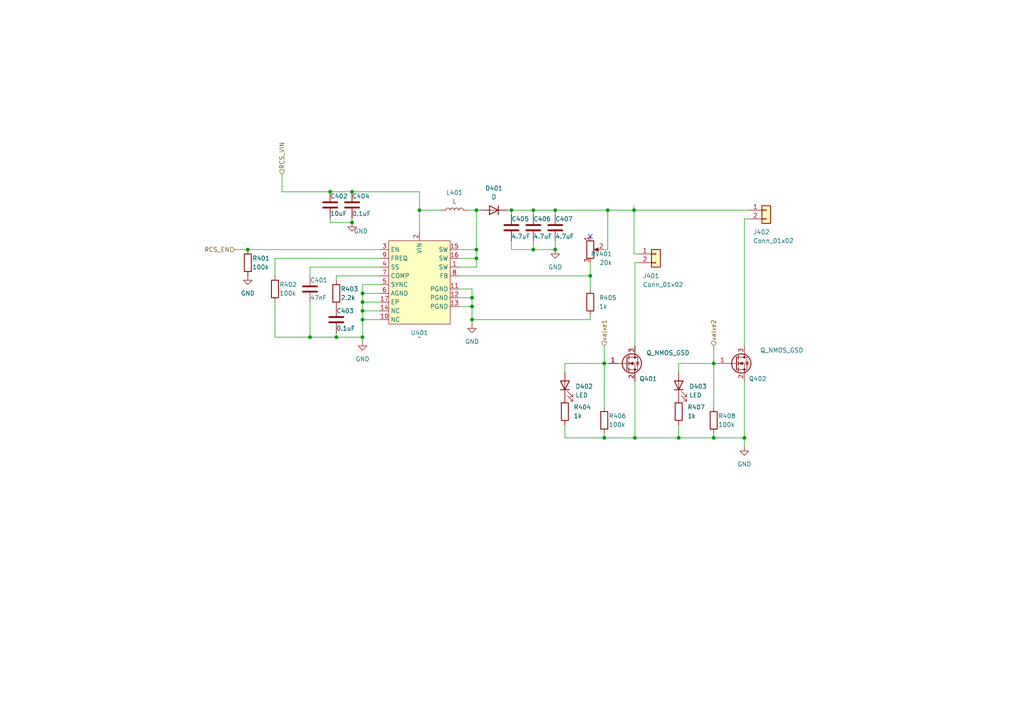
<source format=kicad_sch>
(kicad_sch (version 20250114) (generator "eeschema") (generator_version "9.0")
  (paper "A4")
  (lib_symbols
    (symbol "Connector_Generic:Conn_01x02" (pin_names (offset 1.016) (hide yes))
      (property "Reference" "J" (at 0 2.54 0))
      (property "Value" "Conn_01x02" (at 0 -5.08 0))
      (symbol "Conn_01x02_1_1"
        (rectangle (start -1.27 1.27) (end 1.27 -3.81) (stroke (width 0.254)) (fill (type background)))
        (rectangle (start -1.27 0.127) (end 0 -0.127) (stroke (width 0.1524)))
        (rectangle (start -1.27 -2.413) (end 0 -2.667) (stroke (width 0.1524)))
        (pin passive line (at -5.08 0 0) (length 3.81) (name "Pin_1") (number "1"))
        (pin passive line (at -5.08 -2.54 0) (length 3.81) (name "Pin_2") (number "2"))
      )
    )
    (symbol "Device:C" (pin_numbers (hide yes)) (pin_names (offset 0.254))
      (property "Reference" "C" (at 0.635 2.54 0))
      (property "Value" "C" (at 0.635 -2.54 0))
      (symbol "C_0_1"
        (polyline (pts (xy -2.032 0.762) (xy 2.032 0.762)) (stroke (width 0.508)))
        (polyline (pts (xy -2.032 -0.762) (xy 2.032 -0.762)) (stroke (width 0.508)))
      )
      (symbol "C_1_1"
        (pin passive line (at 0 3.81 270) (length 2.794) (name "~") (number "1"))
        (pin passive line (at 0 -3.81 90) (length 2.794) (name "~") (number "2"))
      )
    )
    (symbol "Device:D" (pin_numbers (hide yes)) (pin_names (offset 1.016) (hide yes))
      (property "Reference" "D" (at 0 2.54 0))
      (property "Value" "D" (at 0 -2.54 0))
      (symbol "D_0_1"
        (polyline (pts (xy -1.27 1.27) (xy -1.27 -1.27)) (stroke (width 0.254)))
        (polyline (pts (xy 1.27 1.27) (xy 1.27 -1.27) (xy -1.27 0) (xy 1.27 1.27)) (stroke (width 0.254)))
        (polyline (pts (xy 1.27 0) (xy -1.27 0)))
      )
      (symbol "D_1_1"
        (pin passive line (at -3.81 0 0) (length 2.54) (name "K") (number "1"))
        (pin passive line (at 3.81 0 180) (length 2.54) (name "A") (number "2"))
      )
    )
    (symbol "Device:L" (pin_numbers (hide yes)) (pin_names (offset 1.016) (hide yes))
      (property "Reference" "L" (at -1.27 0 90))
      (property "Value" "L" (at 1.905 0 90))
      (symbol "L_0_1"
        (arc (start 0 2.54) (mid 0.6323 1.905) (end 0 1.27))
        (arc (start 0 1.27) (mid 0.6323 0.635) (end 0 0))
        (arc (start 0 0) (mid 0.6323 -0.635) (end 0 -1.27))
        (arc (start 0 -1.27) (mid 0.6323 -1.905) (end 0 -2.54))
      )
      (symbol "L_1_1"
        (pin passive line (at 0 3.81 270) (length 1.27) (name "1") (number "1"))
        (pin passive line (at 0 -3.81 90) (length 1.27) (name "2") (number "2"))
      )
    )
    (symbol "Device:LED" (pin_numbers (hide yes)) (pin_names (offset 1.016) (hide yes))
      (property "Reference" "D" (at 0 2.54 0))
      (property "Value" "LED" (at 0 -2.54 0))
      (symbol "LED_0_1"
        (polyline (pts (xy -3.048 -0.762) (xy -4.572 -2.286) (xy -3.81 -2.286) (xy -4.572 -2.286) (xy -4.572 -1.524)))
        (polyline (pts (xy -1.778 -0.762) (xy -3.302 -2.286) (xy -2.54 -2.286) (xy -3.302 -2.286) (xy -3.302 -1.524)))
        (polyline (pts (xy -1.27 0) (xy 1.27 0)))
        (polyline (pts (xy -1.27 -1.27) (xy -1.27 1.27)) (stroke (width 0.254)))
        (polyline (pts (xy 1.27 -1.27) (xy 1.27 1.27) (xy -1.27 0) (xy 1.27 -1.27)) (stroke (width 0.254)))
      )
      (symbol "LED_1_1"
        (pin passive line (at -3.81 0 0) (length 2.54) (name "K") (number "1"))
        (pin passive line (at 3.81 0 180) (length 2.54) (name "A") (number "2"))
      )
    )
    (symbol "Device:Q_NMOS_GSD" (pin_names (offset 0) (hide yes))
      (property "Reference" "Q" (at 5.08 1.27 0))
      (property "Value" "Q_NMOS_GSD" (at 5.08 -1.27 0))
      (symbol "Q_NMOS_GSD_0_1"
        (polyline (pts (xy 0.254 1.905) (xy 0.254 -1.905)) (stroke (width 0.254)))
        (polyline (pts (xy 0.254 0) (xy -2.54 0)))
        (polyline (pts (xy 0.762 2.286) (xy 0.762 1.27)) (stroke (width 0.254)))
        (polyline (pts (xy 0.762 0.508) (xy 0.762 -0.508)) (stroke (width 0.254)))
        (polyline (pts (xy 0.762 -1.27) (xy 0.762 -2.286)) (stroke (width 0.254)))
        (polyline (pts (xy 0.762 -1.778) (xy 3.302 -1.778) (xy 3.302 1.778) (xy 0.762 1.778)))
        (polyline (pts (xy 1.016 0) (xy 2.032 0.381) (xy 2.032 -0.381) (xy 1.016 0)) (fill (type outline)))
        (circle (center 1.651 0) (radius 2.794) (stroke (width 0.254)))
        (polyline (pts (xy 2.54 2.54) (xy 2.54 1.778)))
        (circle (center 2.54 1.778) (radius 0.254) (fill (type outline)))
        (circle (center 2.54 -1.778) (radius 0.254) (fill (type outline)))
        (polyline (pts (xy 2.54 -2.54) (xy 2.54 0) (xy 0.762 0)))
        (polyline (pts (xy 2.794 0.508) (xy 2.921 0.381) (xy 3.683 0.381) (xy 3.81 0.254)))
        (polyline (pts (xy 3.302 0.381) (xy 2.921 -0.254) (xy 3.683 -0.254) (xy 3.302 0.381)))
      )
      (symbol "Q_NMOS_GSD_1_1"
        (pin input line (at -5.08 0 0) (length 2.54) (name "G") (number "1"))
        (pin passive line (at 2.54 5.08 270) (length 2.54) (name "D") (number "3"))
        (pin passive line (at 2.54 -5.08 90) (length 2.54) (name "S") (number "2"))
      )
    )
    (symbol "Device:R" (pin_numbers (hide yes)) (pin_names (offset 0))
      (property "Reference" "R" (at 2.032 0 90))
      (property "Value" "R" (at 0 0 90))
      (symbol "R_0_1"
        (rectangle (start -1.016 -2.54) (end 1.016 2.54) (stroke (width 0.254)))
      )
      (symbol "R_1_1"
        (pin passive line (at 0 3.81 270) (length 1.27) (name "~") (number "1"))
        (pin passive line (at 0 -3.81 90) (length 1.27) (name "~") (number "2"))
      )
    )
    (symbol "Device:R_Potentiometer" (pin_names (offset 1.016) (hide yes))
      (property "Reference" "RV" (at -4.445 0 90))
      (property "Value" "R_Potentiometer" (at -2.54 0 90))
      (symbol "R_Potentiometer_0_1"
        (rectangle (start 1.016 2.54) (end -1.016 -2.54) (stroke (width 0.254)))
        (polyline (pts (xy 1.143 0) (xy 2.286 0.508) (xy 2.286 -0.508) (xy 1.143 0)) (fill (type outline)))
        (polyline (pts (xy 2.54 0) (xy 1.524 0)))
      )
      (symbol "R_Potentiometer_1_1"
        (pin passive line (at 0 3.81 270) (length 1.27) (name "1") (number "1"))
        (pin passive line (at 0 -3.81 90) (length 1.27) (name "3") (number "3"))
        (pin passive line (at 3.81 0 180) (length 1.27) (name "2") (number "2"))
      )
    )
    (symbol "WOBCLibrary:TPS55340"
      (property "Reference" "U" (at -7.62 12.7 0))
      (symbol "TPS55340_1_1"
        (polyline (pts (xy -8.89 11.43) (xy -8.89 -12.7) (xy 8.89 -12.7) (xy 8.89 11.43) (xy -8.89 11.43)) (fill (type background)))
        (pin input line (at -11.43 8.89 0) (length 2.54) (name "EN") (number "3"))
        (pin input line (at -11.43 6.35 0) (length 2.54) (name "FREQ") (number "9"))
        (pin input line (at -11.43 3.81 0) (length 2.54) (name "SS") (number "4"))
        (pin input line (at -11.43 1.27 0) (length 2.54) (name "COMP") (number "7"))
        (pin input line (at -11.43 -1.27 0) (length 2.54) (name "SYNC") (number "5"))
        (pin input line (at -11.43 -3.81 0) (length 2.54) (name "AGND") (number "6"))
        (pin input line (at -11.43 -6.35 0) (length 2.54) (name "EP") (number "17"))
        (pin input line (at -11.43 -8.89 0) (length 2.54) (name "NC") (number "14"))
        (pin input line (at -11.43 -11.43 0) (length 2.54) (name "NC") (number "10"))
        (pin input line (at 0 13.97 270) (length 2.54) (name "VIN") (number "2"))
        (pin input line (at 11.43 8.89 180) (length 2.54) (name "SW") (number "15"))
        (pin input line (at 11.43 6.35 180) (length 2.54) (name "SW") (number "16"))
        (pin input line (at 11.43 3.81 180) (length 2.54) (name "SW") (number "1"))
        (pin input line (at 11.43 1.27 180) (length 2.54) (name "FB") (number "8"))
        (pin input line (at 11.43 -2.54 180) (length 2.54) (name "PGND") (number "11"))
        (pin input line (at 11.43 -5.08 180) (length 2.54) (name "PGND") (number "12"))
        (pin input line (at 11.43 -7.62 180) (length 2.54) (name "PGND") (number "13"))
      )
    )
    (symbol "power:GND" (power) (pin_numbers (hide yes)) (pin_names (offset 0) (hide yes))
      (property "Value" "GND" (at 0 -3.81 0))
      (symbol "GND_0_1"
        (polyline (pts (xy 0 0) (xy 0 -1.27) (xy 1.27 -1.27) (xy 0 -2.54) (xy -1.27 -1.27) (xy 0 -1.27)))
      )
      (symbol "GND_1_1"
        (pin power_in line (at 0 0 270) (length 0) (name "~") (number "1"))
      )
    )
  )
  (junction (at 105.156 92.71))
  (junction (at 161.036 60.96))
  (junction (at 154.686 60.96))
  (junction (at 95.758 55.626))
  (junction (at 121.666 60.96))
  (junction (at 105.156 90.17))
  (junction (at 136.906 92.71))
  (junction (at 102.108 55.626))
  (junction (at 175.26 127))
  (junction (at 136.906 86.36))
  (junction (at 102.108 64.516))
  (junction (at 105.156 85.09))
  (junction (at 138.176 74.93))
  (junction (at 215.9 127))
  (junction (at 136.906 88.9))
  (junction (at 183.896 60.96))
  (junction (at 138.176 72.39))
  (junction (at 171.196 80.01))
  (junction (at 161.036 72.39))
  (junction (at 105.156 97.79))
  (junction (at 207.01 105.41))
  (junction (at 71.882 72.39))
  (junction (at 89.916 97.79))
  (junction (at 138.176 60.96))
  (junction (at 207.01 127))
  (junction (at 176.276 60.96))
  (junction (at 196.85 127))
  (junction (at 148.336 60.96))
  (junction (at 184.15 127))
  (junction (at 105.156 87.63))
  (junction (at 175.26 105.41))
  (junction (at 97.536 97.79))
  (junction (at 154.686 72.39))
  (no_connect (at 171.196 68.58))
  (wire (pts (xy 163.83 107.95) (xy 163.83 105.41)))
  (wire (pts (xy 105.156 97.79) (xy 105.156 92.71)))
  (wire (pts (xy 148.336 69.85) (xy 148.336 72.39)))
  (wire (pts (xy 163.83 127) (xy 175.26 127)))
  (wire (pts (xy 133.096 88.9) (xy 136.906 88.9)))
  (wire (pts (xy 105.156 90.17) (xy 110.236 90.17)))
  (wire (pts (xy 184.15 127) (xy 196.85 127)))
  (wire (pts (xy 138.176 60.96) (xy 139.446 60.96)))
  (wire (pts (xy 207.01 100.33) (xy 207.01 105.41)))
  (wire (pts (xy 68.072 72.39) (xy 71.882 72.39)))
  (wire (pts (xy 154.686 60.96) (xy 154.686 62.23)))
  (wire (pts (xy 138.176 72.39) (xy 138.176 60.96)))
  (wire (pts (xy 133.096 72.39) (xy 138.176 72.39)))
  (wire (pts (xy 105.156 90.17) (xy 105.156 87.63)))
  (wire (pts (xy 79.756 74.93) (xy 110.236 74.93)))
  (wire (pts (xy 97.536 97.79) (xy 105.156 97.79)))
  (wire (pts (xy 102.108 64.516) (xy 95.758 64.516)))
  (wire (pts (xy 183.896 73.66) (xy 185.166 73.66)))
  (wire (pts (xy 183.896 60.96) (xy 183.896 73.66)))
  (wire (pts (xy 183.896 60.96) (xy 217.17 60.96)))
  (wire (pts (xy 136.906 93.98) (xy 136.906 92.71)))
  (wire (pts (xy 133.096 83.82) (xy 136.906 83.82)))
  (wire (pts (xy 71.882 72.39) (xy 110.236 72.39)))
  (wire (pts (xy 136.906 83.82) (xy 136.906 86.36)))
  (wire (pts (xy 110.236 85.09) (xy 105.156 85.09)))
  (wire (pts (xy 176.276 72.39) (xy 176.276 60.96)))
  (wire (pts (xy 215.9 110.49) (xy 215.9 127)))
  (wire (pts (xy 89.916 97.79) (xy 97.536 97.79)))
  (wire (pts (xy 110.236 80.01) (xy 97.536 80.01)))
  (wire (pts (xy 105.156 85.09) (xy 105.156 87.63)))
  (wire (pts (xy 171.196 92.71) (xy 171.196 91.44)))
  (wire (pts (xy 171.196 80.01) (xy 171.196 76.2)))
  (wire (pts (xy 183.896 59.69) (xy 183.896 60.96)))
  (wire (pts (xy 161.036 72.39) (xy 161.036 69.85)))
  (wire (pts (xy 175.26 100.33) (xy 175.26 105.41)))
  (wire (pts (xy 102.108 64.516) (xy 102.108 63.246)))
  (wire (pts (xy 110.236 82.55) (xy 105.156 82.55)))
  (wire (pts (xy 176.276 60.96) (xy 183.896 60.96)))
  (wire (pts (xy 207.01 127) (xy 215.9 127)))
  (wire (pts (xy 97.536 96.52) (xy 97.536 97.79)))
  (wire (pts (xy 215.9 127) (xy 215.9 129.54)))
  (wire (pts (xy 105.156 99.06) (xy 105.156 97.79)))
  (wire (pts (xy 138.176 77.47) (xy 138.176 74.93)))
  (wire (pts (xy 154.686 69.85) (xy 154.686 72.39)))
  (wire (pts (xy 133.096 77.47) (xy 138.176 77.47)))
  (wire (pts (xy 105.156 92.71) (xy 105.156 90.17)))
  (wire (pts (xy 161.036 60.96) (xy 176.276 60.96)))
  (wire (pts (xy 207.01 105.41) (xy 208.28 105.41)))
  (wire (pts (xy 79.756 87.63) (xy 79.756 97.79)))
  (wire (pts (xy 79.756 97.79) (xy 89.916 97.79)))
  (wire (pts (xy 136.906 88.9) (xy 136.906 92.71)))
  (wire (pts (xy 175.26 127) (xy 184.15 127)))
  (wire (pts (xy 215.9 63.5) (xy 215.9 100.33)))
  (wire (pts (xy 215.9 63.5) (xy 217.17 63.5)))
  (wire (pts (xy 95.758 55.626) (xy 81.788 55.626)))
  (wire (pts (xy 184.15 76.2) (xy 185.166 76.2)))
  (wire (pts (xy 196.85 127) (xy 207.01 127)))
  (wire (pts (xy 148.336 60.96) (xy 148.336 62.23)))
  (wire (pts (xy 163.83 105.41) (xy 175.26 105.41)))
  (wire (pts (xy 175.006 72.39) (xy 176.276 72.39)))
  (wire (pts (xy 171.196 80.01) (xy 171.196 83.82)))
  (wire (pts (xy 175.26 105.41) (xy 176.53 105.41)))
  (wire (pts (xy 105.156 87.63) (xy 110.236 87.63)))
  (wire (pts (xy 175.26 127) (xy 175.26 125.73)))
  (wire (pts (xy 121.666 55.626) (xy 121.666 60.96)))
  (wire (pts (xy 161.036 60.96) (xy 161.036 62.23)))
  (wire (pts (xy 147.066 60.96) (xy 148.336 60.96)))
  (wire (pts (xy 196.85 105.41) (xy 207.01 105.41)))
  (wire (pts (xy 207.01 105.41) (xy 207.01 118.11)))
  (wire (pts (xy 184.15 110.49) (xy 184.15 127)))
  (wire (pts (xy 148.336 60.96) (xy 154.686 60.96)))
  (wire (pts (xy 175.26 105.41) (xy 175.26 118.11)))
  (wire (pts (xy 133.096 74.93) (xy 138.176 74.93)))
  (wire (pts (xy 89.916 80.01) (xy 89.916 77.47)))
  (wire (pts (xy 207.01 125.73) (xy 207.01 127)))
  (wire (pts (xy 133.096 80.01) (xy 171.196 80.01)))
  (wire (pts (xy 121.666 67.31) (xy 121.666 60.96)))
  (wire (pts (xy 163.83 123.19) (xy 163.83 127)))
  (wire (pts (xy 154.686 60.96) (xy 161.036 60.96)))
  (wire (pts (xy 121.666 60.96) (xy 128.016 60.96)))
  (wire (pts (xy 184.15 100.33) (xy 184.15 76.2)))
  (wire (pts (xy 105.156 92.71) (xy 110.236 92.71)))
  (wire (pts (xy 148.336 72.39) (xy 154.686 72.39)))
  (wire (pts (xy 95.758 55.626) (xy 102.108 55.626)))
  (wire (pts (xy 89.916 77.47) (xy 110.236 77.47)))
  (wire (pts (xy 136.906 86.36) (xy 136.906 88.9)))
  (wire (pts (xy 89.916 87.63) (xy 89.916 97.79)))
  (wire (pts (xy 105.156 82.55) (xy 105.156 85.09)))
  (wire (pts (xy 97.536 80.01) (xy 97.536 81.28)))
  (wire (pts (xy 138.176 74.93) (xy 138.176 72.39)))
  (wire (pts (xy 81.788 50.546) (xy 81.788 55.626)))
  (wire (pts (xy 102.108 55.626) (xy 121.666 55.626)))
  (wire (pts (xy 135.636 60.96) (xy 138.176 60.96)))
  (wire (pts (xy 196.85 107.95) (xy 196.85 105.41)))
  (wire (pts (xy 133.096 86.36) (xy 136.906 86.36)))
  (wire (pts (xy 79.756 80.01) (xy 79.756 74.93)))
  (wire (pts (xy 196.85 123.19) (xy 196.85 127)))
  (wire (pts (xy 154.686 72.39) (xy 161.036 72.39)))
  (wire (pts (xy 136.906 92.71) (xy 171.196 92.71)))
  (wire (pts (xy 95.758 64.516) (xy 95.758 63.246)))
  (hierarchical_label "valve1" (shape input) (at 175.26 100.33 90))
  (hierarchical_label "valve2" (shape input) (at 207.01 100.33 90))
  (hierarchical_label "RCS_EN" (shape input) (at 68.072 72.39 180))
  (hierarchical_label "RCS_VIN" (shape input) (at 81.788 50.546 90))
  (symbol (lib_id "Device:LED") (at 196.85 111.76 90) (unit 1)
    (property "Reference" "D403" (at 199.898 112.0774 90) (effects (justify right)))
    (property "Value" "LED" (at 199.898 114.6174 90) (effects (justify right)))
    (property "Footprint" "Diode_SMD:D_0805_2012Metric" (effects (hide yes)))
    (property "Description" "Light emitting diode" (effects (hide yes)))
    (property "LCSC" "C2297" (effects (hide yes)))
  )
  (symbol (lib_id "Device:R") (at 196.85 119.38 0) (unit 1)
    (property "Reference" "R407" (at 199.39 118.1099 0) (effects (justify left)))
    (property "Value" "1k" (at 199.39 120.6499 0) (effects (justify left)))
    (property "Footprint" "Resistor_SMD:R_0402_1005Metric" (effects (hide yes)))
    (property "Description" "Resistor" (effects (hide yes)))
    (property "LCSC" "C11702" (effects (hide yes)))
  )
  (symbol (lib_id "Connector_Generic:Conn_01x02") (at 190.246 73.66 0) (unit 1)
    (property "Reference" "J401" (at 186.436 80.01 0) (effects (justify left)))
    (property "Value" "Conn_01x02" (at 186.436 82.55 0) (effects (justify left)))
    (property "Footprint" "Connector_JST:JST_XA_S02B-XASK-1_1x02_P2.50mm_Horizontal" (effects (hide yes)))
    (property "Description" "Generic connector, single row, 01x02, script generated (kicad-library-utils/schlib/autogen/connector/)" (effects (hide yes)))
  )
  (symbol (lib_id "Device:R") (at 207.01 121.92 0) (unit 1)
    (property "Reference" "R408" (at 208.28 120.65 0) (effects (justify left)))
    (property "Value" "100k" (at 208.28 123.19 0) (effects (justify left)))
    (property "Footprint" "Resistor_SMD:R_0402_1005Metric" (effects (hide yes)))
    (property "Description" "Resistor" (effects (hide yes)))
    (property "LCSC" "C25741" (effects (hide yes)))
  )
  (symbol (lib_id "Connector_Generic:Conn_01x02") (at 222.25 60.96 0) (unit 1)
    (property "Reference" "J402" (at 218.44 67.31 0) (effects (justify left)))
    (property "Value" "Conn_01x02" (at 218.44 69.85 0) (effects (justify left)))
    (property "Footprint" "Connector_JST:JST_XA_S02B-XASK-1_1x02_P2.50mm_Horizontal" (effects (hide yes)))
    (property "Description" "Generic connector, single row, 01x02, script generated (kicad-library-utils/schlib/autogen/connector/)" (effects (hide yes)))
  )
  (symbol (lib_id "power:GND") (at 161.036 72.39 0) (unit 1)
    (property "Reference" "#PWR0405" (effects (hide yes)))
    (property "Value" "GND" (at 161.036 77.47 0))
    (property "Description" "Power symbol creates a global label with name \"GND\" , ground" (effects (hide yes)))
  )
  (symbol (lib_id "Device:C") (at 148.336 66.04 0) (unit 1)
    (property "Reference" "C405" (at 148.336 63.5 0) (effects (justify left)))
    (property "Value" "4.7uF" (at 148.336 68.58 0) (effects (justify left)))
    (property "Footprint" "Capacitor_SMD:C_0603_1608Metric" (effects (hide yes)))
    (property "Description" "Unpolarized capacitor" (effects (hide yes)))
    (property "LCSC" "C19666" (effects (hide yes)))
  )
  (symbol (lib_id "Device:R") (at 71.882 76.2 0) (unit 1)
    (property "Reference" "R401" (at 73.152 74.93 0) (effects (justify left)))
    (property "Value" "100k" (at 73.152 77.47 0) (effects (justify left)))
    (property "Footprint" "Resistor_SMD:R_0402_1005Metric" (effects (hide yes)))
    (property "Description" "Resistor" (effects (hide yes)))
    (property "LCSC" "C25741" (effects (hide yes)))
  )
  (symbol (lib_id "WOBCLibrary:TPS55340") (at 121.666 81.28 0) (unit 1)
    (property "Reference" "U401" (at 121.666 96.52 0))
    (property "Value" "~" (at 121.666 97.79 0))
    (property "Footprint" "Package_DFN_QFN:WQFN-16-1EP_3x3mm_P0.5mm_EP1.68x1.68mm_ThermalVias" (effects (hide yes)))
    (property "LCSC" "C169167" (effects (hide yes)))
  )
  (symbol (lib_id "Device:C") (at 97.536 92.71 0) (unit 1)
    (property "Reference" "C403" (at 97.536 90.17 0) (effects (justify left)))
    (property "Value" "0.1uF" (at 97.536 95.25 0) (effects (justify left)))
    (property "Footprint" "Capacitor_SMD:C_0402_1005Metric" (effects (hide yes)))
    (property "Description" "Unpolarized capacitor" (effects (hide yes)))
    (property "LCSC" "C1525" (effects (hide yes)))
  )
  (symbol (lib_id "power:GND") (at 71.882 80.01 0) (unit 1)
    (property "Reference" "#PWR0401" (effects (hide yes)))
    (property "Value" "GND" (at 71.882 85.09 0))
    (property "Description" "Power symbol creates a global label with name \"GND\" , ground" (effects (hide yes)))
  )
  (symbol (lib_id "Device:R") (at 79.756 83.82 0) (unit 1)
    (property "Reference" "R402" (at 81.026 82.55 0) (effects (justify left)))
    (property "Value" "100k" (at 81.026 85.09 0) (effects (justify left)))
    (property "Footprint" "Resistor_SMD:R_0402_1005Metric" (effects (hide yes)))
    (property "Description" "Resistor" (effects (hide yes)))
    (property "LCSC" "C25741" (effects (hide yes)))
  )
  (symbol (lib_id "Device:C") (at 161.036 66.04 0) (unit 1)
    (property "Reference" "C407" (at 161.036 63.5 0) (effects (justify left)))
    (property "Value" "4.7uF" (at 161.036 68.58 0) (effects (justify left)))
    (property "Footprint" "Capacitor_SMD:C_0603_1608Metric" (effects (hide yes)))
    (property "Description" "Unpolarized capacitor" (effects (hide yes)))
    (property "LCSC" "C19666" (effects (hide yes)))
  )
  (symbol (lib_id "Device:C") (at 95.758 59.436 0) (unit 1)
    (property "Reference" "C402" (at 95.758 56.896 0) (effects (justify left)))
    (property "Value" "10uF" (at 95.758 61.976 0) (effects (justify left)))
    (property "Footprint" "Capacitor_SMD:C_0603_1608Metric" (effects (hide yes)))
    (property "Description" "Unpolarized capacitor" (effects (hide yes)))
    (property "LCSC" "C96446" (effects (hide yes)))
  )
  (symbol (lib_id "Device:R") (at 97.536 85.09 0) (unit 1)
    (property "Reference" "R403" (at 98.806 83.82 0) (effects (justify left)))
    (property "Value" "2.2k" (at 98.806 86.36 0) (effects (justify left)))
    (property "Footprint" "Resistor_SMD:R_0402_1005Metric" (effects (hide yes)))
    (property "Description" "Resistor" (effects (hide yes)))
    (property "LCSC" "C25879" (effects (hide yes)))
  )
  (symbol (lib_id "Device:LED") (at 163.83 111.76 90) (unit 1)
    (property "Reference" "D402" (at 166.878 112.0774 90) (effects (justify right)))
    (property "Value" "LED" (at 166.878 114.6174 90) (effects (justify right)))
    (property "Footprint" "Diode_SMD:D_0805_2012Metric" (effects (hide yes)))
    (property "Description" "Light emitting diode" (effects (hide yes)))
    (property "LCSC" "C2297" (effects (hide yes)))
  )
  (symbol (lib_id "power:GND") (at 215.9 129.54 0) (unit 1)
    (property "Reference" "#PWR0406" (effects (hide yes)))
    (property "Value" "GND" (at 215.9 134.62 0))
    (property "Description" "Power symbol creates a global label with name \"GND\" , ground" (effects (hide yes)))
  )
  (symbol (lib_id "Device:Q_NMOS_GSD") (at 213.36 105.41 0) (unit 1)
    (property "Reference" "Q402" (at 217.17 109.855 0) (effects (justify left)))
    (property "Value" "Q_NMOS_GSD" (at 220.472 101.6 0) (effects (justify left)))
    (property "Footprint" "Package_TO_SOT_SMD:SOT-23-3" (effects (hide yes)))
    (property "LCSC" "C20917" (effects (hide yes)))
  )
  (symbol (lib_id "Device:C") (at 102.108 59.436 0) (unit 1)
    (property "Reference" "C404" (at 102.108 56.896 0) (effects (justify left)))
    (property "Value" "0.1uF" (at 102.108 61.976 0) (effects (justify left)))
    (property "Footprint" "Capacitor_SMD:C_0402_1005Metric" (effects (hide yes)))
    (property "Description" "Unpolarized capacitor" (effects (hide yes)))
    (property "LCSC" "C1525" (effects (hide yes)))
  )
  (symbol (lib_id "Device:R") (at 163.83 119.38 0) (unit 1)
    (property "Reference" "R404" (at 166.37 118.1099 0) (effects (justify left)))
    (property "Value" "1k" (at 166.37 120.6499 0) (effects (justify left)))
    (property "Footprint" "Resistor_SMD:R_0402_1005Metric" (effects (hide yes)))
    (property "Description" "Resistor" (effects (hide yes)))
    (property "LCSC" "C11702" (effects (hide yes)))
  )
  (symbol (lib_id "Device:R_Potentiometer") (at 171.196 72.39 0) (unit 1)
    (property "Reference" "RV401" (at 177.546 73.66 0) (effects (justify right)))
    (property "Value" "20k" (at 177.546 76.2 0) (effects (justify right)))
    (property "Footprint" "Potentiometer_SMD:Potentiometer_Bourns_TC33X_Vertical" (effects (hide yes)))
    (property "Description" "Potentiometer" (effects (hide yes)))
    (property "LCSC" "C720648" (effects (hide yes)))
  )
  (symbol (lib_id "Device:R") (at 171.196 87.63 0) (unit 1)
    (property "Reference" "R405" (at 173.736 86.3599 0) (effects (justify left)))
    (property "Value" "1k" (at 173.736 88.8999 0) (effects (justify left)))
    (property "Footprint" "Resistor_SMD:R_0402_1005Metric" (effects (hide yes)))
    (property "Description" "Resistor" (effects (hide yes)))
    (property "LCSC" "C11702" (effects (hide yes)))
  )
  (symbol (lib_id "power:GND") (at 136.906 93.98 0) (unit 1)
    (property "Reference" "#PWR0404" (effects (hide yes)))
    (property "Value" "GND" (at 136.906 99.06 0))
    (property "Description" "Power symbol creates a global label with name \"GND\" , ground" (effects (hide yes)))
  )
  (symbol (lib_id "Device:L") (at 131.826 60.96 90) (unit 1)
    (property "Reference" "L401" (at 131.826 55.88 90))
    (property "Value" "L" (at 131.826 58.42 90))
    (property "Footprint" "Inductor_SMD:L_Chilisin_BMRF00101040" (effects (hide yes)))
    (property "Description" "Inductor" (effects (hide yes)))
    (property "LCSC" " C1519857" (effects (hide yes)))
  )
  (symbol (lib_id "Device:D") (at 143.256 60.96 180) (unit 1)
    (property "Reference" "D401" (at 143.256 54.61 0))
    (property "Value" "D" (at 143.256 57.15 0))
    (property "Footprint" "Diode_SMD:D_SOD-323" (effects (hide yes)))
    (property "Description" "Diode" (effects (hide yes)))
    (property "Sim.Device" "D" (effects (hide yes)))
    (property "Sim.Pins" "1=K 2=A" (effects (hide yes)))
    (property "LCSC" "C191023" (effects (hide yes)))
  )
  (symbol (lib_id "Device:C") (at 154.686 66.04 0) (unit 1)
    (property "Reference" "C406" (at 154.686 63.5 0) (effects (justify left)))
    (property "Value" "4.7uF" (at 154.686 68.58 0) (effects (justify left)))
    (property "Footprint" "Capacitor_SMD:C_0603_1608Metric" (effects (hide yes)))
    (property "Description" "Unpolarized capacitor" (effects (hide yes)))
    (property "LCSC" "C19666" (effects (hide yes)))
  )
  (symbol (lib_id "power:GND") (at 105.156 99.06 0) (unit 1)
    (property "Reference" "#PWR0403" (effects (hide yes)))
    (property "Value" "GND" (at 105.156 104.14 0))
    (property "Description" "Power symbol creates a global label with name \"GND\" , ground" (effects (hide yes)))
  )
  (symbol (lib_id "Device:Q_NMOS_GSD") (at 181.61 105.41 0) (unit 1)
    (property "Reference" "Q401" (at 185.42 109.855 0) (effects (justify left)))
    (property "Value" "Q_NMOS_GSD" (at 187.452 102.362 0) (effects (justify left)))
    (property "Footprint" "Package_TO_SOT_SMD:SOT-23-3" (effects (hide yes)))
    (property "LCSC" "C20917" (effects (hide yes)))
  )
  (symbol (lib_id "Device:R") (at 175.26 121.92 0) (unit 1)
    (property "Reference" "R406" (at 176.53 120.65 0) (effects (justify left)))
    (property "Value" "100k" (at 176.53 123.19 0) (effects (justify left)))
    (property "Footprint" "Resistor_SMD:R_0402_1005Metric" (effects (hide yes)))
    (property "Description" "Resistor" (effects (hide yes)))
    (property "LCSC" "C25741" (effects (hide yes)))
  )
  (symbol (lib_id "power:GND") (at 102.108 64.516 0) (unit 1)
    (property "Reference" "#PWR0402" (effects (hide yes)))
    (property "Value" "GND" (at 104.648 67.056 0))
    (property "Description" "Power symbol creates a global label with name \"GND\" , ground" (effects (hide yes)))
  )
  (symbol (lib_id "Device:C") (at 89.916 83.82 0) (unit 1)
    (property "Reference" "C401" (at 89.916 81.28 0) (effects (justify left)))
    (property "Value" "47nF" (at 89.916 86.36 0) (effects (justify left)))
    (property "Footprint" "Capacitor_SMD:C_0603_1608Metric" (effects (hide yes)))
    (property "Description" "Unpolarized capacitor" (effects (hide yes)))
    (property "LCSC" "  C1622" (effects (hide yes)))
  )
)
</source>
